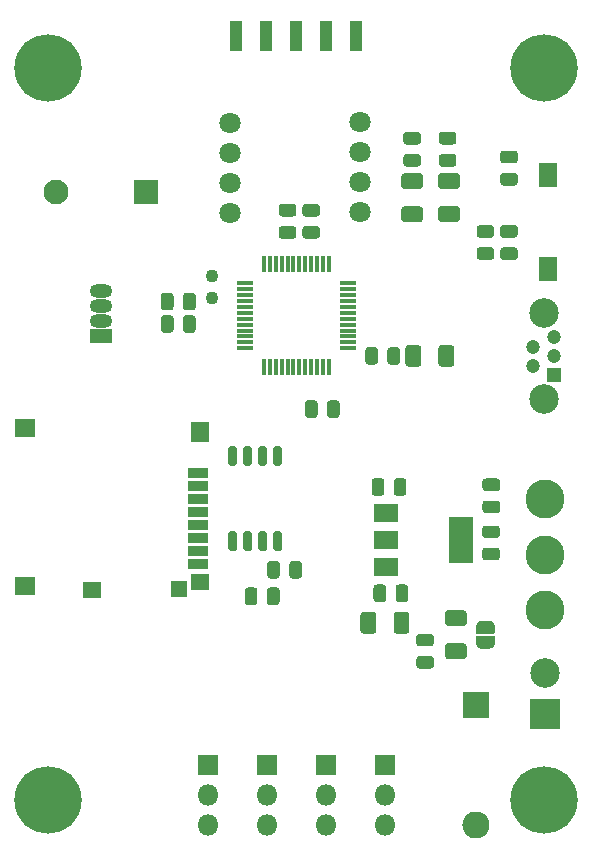
<source format=gbr>
%TF.GenerationSoftware,KiCad,Pcbnew,(5.1.6-0-10_14)*%
%TF.CreationDate,2021-04-25T16:08:19+02:00*%
%TF.ProjectId,ControlUnit,436f6e74-726f-46c5-956e-69742e6b6963,rev?*%
%TF.SameCoordinates,Original*%
%TF.FileFunction,Soldermask,Top*%
%TF.FilePolarity,Negative*%
%FSLAX46Y46*%
G04 Gerber Fmt 4.6, Leading zero omitted, Abs format (unit mm)*
G04 Created by KiCad (PCBNEW (5.1.6-0-10_14)) date 2021-04-25 16:08:19*
%MOMM*%
%LPD*%
G01*
G04 APERTURE LIST*
%ADD10R,2.100000X2.100000*%
%ADD11C,2.100000*%
%ADD12R,2.300000X2.300000*%
%ADD13O,2.300000X2.300000*%
%ADD14R,1.900000X1.170000*%
%ADD15O,1.900000X1.170000*%
%ADD16R,2.500000X2.500000*%
%ADD17C,2.500000*%
%ADD18R,1.200000X1.200000*%
%ADD19C,1.200000*%
%ADD20R,1.800000X1.800000*%
%ADD21O,1.800000X1.800000*%
%ADD22C,1.800000*%
%ADD23R,1.600000X2.100000*%
%ADD24R,1.400000X0.350000*%
%ADD25R,0.350000X1.400000*%
%ADD26R,2.100000X3.900000*%
%ADD27R,2.100000X1.600000*%
%ADD28C,1.100000*%
%ADD29C,5.700000*%
%ADD30C,3.300000*%
%ADD31C,0.100000*%
%ADD32R,1.100000X2.600000*%
%ADD33R,1.700000X0.900000*%
%ADD34R,1.600000X1.390000*%
%ADD35R,1.400000X1.390000*%
%ADD36R,1.500000X1.390000*%
%ADD37R,1.800000X1.600000*%
%ADD38R,1.600000X1.800000*%
G04 APERTURE END LIST*
D10*
%TO.C,BZ1*%
X112268000Y-64516000D03*
D11*
X104668000Y-64516000D03*
%TD*%
%TO.C,C1*%
G36*
G01*
X127600000Y-83381250D02*
X127600000Y-82418750D01*
G75*
G02*
X127868750Y-82150000I268750J0D01*
G01*
X128406250Y-82150000D01*
G75*
G02*
X128675000Y-82418750I0J-268750D01*
G01*
X128675000Y-83381250D01*
G75*
G02*
X128406250Y-83650000I-268750J0D01*
G01*
X127868750Y-83650000D01*
G75*
G02*
X127600000Y-83381250I0J268750D01*
G01*
G37*
G36*
G01*
X125725000Y-83381250D02*
X125725000Y-82418750D01*
G75*
G02*
X125993750Y-82150000I268750J0D01*
G01*
X126531250Y-82150000D01*
G75*
G02*
X126800000Y-82418750I0J-268750D01*
G01*
X126800000Y-83381250D01*
G75*
G02*
X126531250Y-83650000I-268750J0D01*
G01*
X125993750Y-83650000D01*
G75*
G02*
X125725000Y-83381250I0J268750D01*
G01*
G37*
%TD*%
%TO.C,C4*%
G36*
G01*
X124731250Y-68475000D02*
X123768750Y-68475000D01*
G75*
G02*
X123500000Y-68206250I0J268750D01*
G01*
X123500000Y-67668750D01*
G75*
G02*
X123768750Y-67400000I268750J0D01*
G01*
X124731250Y-67400000D01*
G75*
G02*
X125000000Y-67668750I0J-268750D01*
G01*
X125000000Y-68206250D01*
G75*
G02*
X124731250Y-68475000I-268750J0D01*
G01*
G37*
G36*
G01*
X124731250Y-66600000D02*
X123768750Y-66600000D01*
G75*
G02*
X123500000Y-66331250I0J268750D01*
G01*
X123500000Y-65793750D01*
G75*
G02*
X123768750Y-65525000I268750J0D01*
G01*
X124731250Y-65525000D01*
G75*
G02*
X125000000Y-65793750I0J-268750D01*
G01*
X125000000Y-66331250D01*
G75*
G02*
X124731250Y-66600000I-268750J0D01*
G01*
G37*
%TD*%
%TO.C,C7*%
G36*
G01*
X125768750Y-65525000D02*
X126731250Y-65525000D01*
G75*
G02*
X127000000Y-65793750I0J-268750D01*
G01*
X127000000Y-66331250D01*
G75*
G02*
X126731250Y-66600000I-268750J0D01*
G01*
X125768750Y-66600000D01*
G75*
G02*
X125500000Y-66331250I0J268750D01*
G01*
X125500000Y-65793750D01*
G75*
G02*
X125768750Y-65525000I268750J0D01*
G01*
G37*
G36*
G01*
X125768750Y-67400000D02*
X126731250Y-67400000D01*
G75*
G02*
X127000000Y-67668750I0J-268750D01*
G01*
X127000000Y-68206250D01*
G75*
G02*
X126731250Y-68475000I-268750J0D01*
G01*
X125768750Y-68475000D01*
G75*
G02*
X125500000Y-68206250I0J268750D01*
G01*
X125500000Y-67668750D01*
G75*
G02*
X125768750Y-67400000I268750J0D01*
G01*
G37*
%TD*%
%TO.C,C8*%
G36*
G01*
X114600000Y-75218750D02*
X114600000Y-76181250D01*
G75*
G02*
X114331250Y-76450000I-268750J0D01*
G01*
X113793750Y-76450000D01*
G75*
G02*
X113525000Y-76181250I0J268750D01*
G01*
X113525000Y-75218750D01*
G75*
G02*
X113793750Y-74950000I268750J0D01*
G01*
X114331250Y-74950000D01*
G75*
G02*
X114600000Y-75218750I0J-268750D01*
G01*
G37*
G36*
G01*
X116475000Y-75218750D02*
X116475000Y-76181250D01*
G75*
G02*
X116206250Y-76450000I-268750J0D01*
G01*
X115668750Y-76450000D01*
G75*
G02*
X115400000Y-76181250I0J268750D01*
G01*
X115400000Y-75218750D01*
G75*
G02*
X115668750Y-74950000I268750J0D01*
G01*
X116206250Y-74950000D01*
G75*
G02*
X116475000Y-75218750I0J-268750D01*
G01*
G37*
%TD*%
%TO.C,C9*%
G36*
G01*
X133242000Y-89981250D02*
X133242000Y-89018750D01*
G75*
G02*
X133510750Y-88750000I268750J0D01*
G01*
X134048250Y-88750000D01*
G75*
G02*
X134317000Y-89018750I0J-268750D01*
G01*
X134317000Y-89981250D01*
G75*
G02*
X134048250Y-90250000I-268750J0D01*
G01*
X133510750Y-90250000D01*
G75*
G02*
X133242000Y-89981250I0J268750D01*
G01*
G37*
G36*
G01*
X131367000Y-89981250D02*
X131367000Y-89018750D01*
G75*
G02*
X131635750Y-88750000I268750J0D01*
G01*
X132173250Y-88750000D01*
G75*
G02*
X132442000Y-89018750I0J-268750D01*
G01*
X132442000Y-89981250D01*
G75*
G02*
X132173250Y-90250000I-268750J0D01*
G01*
X131635750Y-90250000D01*
G75*
G02*
X131367000Y-89981250I0J268750D01*
G01*
G37*
%TD*%
%TO.C,C19*%
G36*
G01*
X122525000Y-96981250D02*
X122525000Y-96018750D01*
G75*
G02*
X122793750Y-95750000I268750J0D01*
G01*
X123331250Y-95750000D01*
G75*
G02*
X123600000Y-96018750I0J-268750D01*
G01*
X123600000Y-96981250D01*
G75*
G02*
X123331250Y-97250000I-268750J0D01*
G01*
X122793750Y-97250000D01*
G75*
G02*
X122525000Y-96981250I0J268750D01*
G01*
G37*
G36*
G01*
X124400000Y-96981250D02*
X124400000Y-96018750D01*
G75*
G02*
X124668750Y-95750000I268750J0D01*
G01*
X125206250Y-95750000D01*
G75*
G02*
X125475000Y-96018750I0J-268750D01*
G01*
X125475000Y-96981250D01*
G75*
G02*
X125206250Y-97250000I-268750J0D01*
G01*
X124668750Y-97250000D01*
G75*
G02*
X124400000Y-96981250I0J268750D01*
G01*
G37*
%TD*%
D12*
%TO.C,D1*%
X140208000Y-107950000D03*
D13*
X140208000Y-118110000D03*
%TD*%
D14*
%TO.C,D2*%
X108458000Y-76708000D03*
D15*
X108458000Y-75438000D03*
X108458000Y-74168000D03*
X108458000Y-72898000D03*
%TD*%
%TO.C,F1*%
G36*
G01*
X130425000Y-101655000D02*
X130425000Y-100345000D01*
G75*
G02*
X130695000Y-100075000I270000J0D01*
G01*
X131505000Y-100075000D01*
G75*
G02*
X131775000Y-100345000I0J-270000D01*
G01*
X131775000Y-101655000D01*
G75*
G02*
X131505000Y-101925000I-270000J0D01*
G01*
X130695000Y-101925000D01*
G75*
G02*
X130425000Y-101655000I0J270000D01*
G01*
G37*
G36*
G01*
X133225000Y-101655000D02*
X133225000Y-100345000D01*
G75*
G02*
X133495000Y-100075000I270000J0D01*
G01*
X134305000Y-100075000D01*
G75*
G02*
X134575000Y-100345000I0J-270000D01*
G01*
X134575000Y-101655000D01*
G75*
G02*
X134305000Y-101925000I-270000J0D01*
G01*
X133495000Y-101925000D01*
G75*
G02*
X133225000Y-101655000I0J270000D01*
G01*
G37*
%TD*%
D16*
%TO.C,J1*%
X146050000Y-108712000D03*
D17*
X146050000Y-105212000D03*
%TD*%
D18*
%TO.C,J2*%
X146812000Y-80010000D03*
D19*
X145062000Y-79210000D03*
X146812000Y-78410000D03*
X145062000Y-77610000D03*
X146812000Y-76810000D03*
D17*
X145937000Y-82060000D03*
X145937000Y-74760000D03*
%TD*%
D20*
%TO.C,J7*%
X117500000Y-113000000D03*
D21*
X117500000Y-115540000D03*
X117500000Y-118080000D03*
%TD*%
D22*
%TO.C,J8*%
X119380000Y-58674000D03*
X119380000Y-61214000D03*
X119380000Y-63754000D03*
X119380000Y-66294000D03*
%TD*%
D21*
%TO.C,J9*%
X122500000Y-118080000D03*
X122500000Y-115540000D03*
D20*
X122500000Y-113000000D03*
%TD*%
%TO.C,J10*%
X127500000Y-113000000D03*
D21*
X127500000Y-115540000D03*
X127500000Y-118080000D03*
%TD*%
%TO.C,L1*%
G36*
G01*
X113525000Y-74281250D02*
X113525000Y-73318750D01*
G75*
G02*
X113793750Y-73050000I268750J0D01*
G01*
X114331250Y-73050000D01*
G75*
G02*
X114600000Y-73318750I0J-268750D01*
G01*
X114600000Y-74281250D01*
G75*
G02*
X114331250Y-74550000I-268750J0D01*
G01*
X113793750Y-74550000D01*
G75*
G02*
X113525000Y-74281250I0J268750D01*
G01*
G37*
G36*
G01*
X115400000Y-74281250D02*
X115400000Y-73318750D01*
G75*
G02*
X115668750Y-73050000I268750J0D01*
G01*
X116206250Y-73050000D01*
G75*
G02*
X116475000Y-73318750I0J-268750D01*
G01*
X116475000Y-74281250D01*
G75*
G02*
X116206250Y-74550000I-268750J0D01*
G01*
X115668750Y-74550000D01*
G75*
G02*
X115400000Y-74281250I0J268750D01*
G01*
G37*
%TD*%
%TO.C,R3*%
G36*
G01*
X140518750Y-69200000D02*
X141481250Y-69200000D01*
G75*
G02*
X141750000Y-69468750I0J-268750D01*
G01*
X141750000Y-70006250D01*
G75*
G02*
X141481250Y-70275000I-268750J0D01*
G01*
X140518750Y-70275000D01*
G75*
G02*
X140250000Y-70006250I0J268750D01*
G01*
X140250000Y-69468750D01*
G75*
G02*
X140518750Y-69200000I268750J0D01*
G01*
G37*
G36*
G01*
X140518750Y-67325000D02*
X141481250Y-67325000D01*
G75*
G02*
X141750000Y-67593750I0J-268750D01*
G01*
X141750000Y-68131250D01*
G75*
G02*
X141481250Y-68400000I-268750J0D01*
G01*
X140518750Y-68400000D01*
G75*
G02*
X140250000Y-68131250I0J268750D01*
G01*
X140250000Y-67593750D01*
G75*
G02*
X140518750Y-67325000I268750J0D01*
G01*
G37*
%TD*%
%TO.C,R7*%
G36*
G01*
X143483250Y-63975000D02*
X142520750Y-63975000D01*
G75*
G02*
X142252000Y-63706250I0J268750D01*
G01*
X142252000Y-63168750D01*
G75*
G02*
X142520750Y-62900000I268750J0D01*
G01*
X143483250Y-62900000D01*
G75*
G02*
X143752000Y-63168750I0J-268750D01*
G01*
X143752000Y-63706250D01*
G75*
G02*
X143483250Y-63975000I-268750J0D01*
G01*
G37*
G36*
G01*
X143483250Y-62100000D02*
X142520750Y-62100000D01*
G75*
G02*
X142252000Y-61831250I0J268750D01*
G01*
X142252000Y-61293750D01*
G75*
G02*
X142520750Y-61025000I268750J0D01*
G01*
X143483250Y-61025000D01*
G75*
G02*
X143752000Y-61293750I0J-268750D01*
G01*
X143752000Y-61831250D01*
G75*
G02*
X143483250Y-62100000I-268750J0D01*
G01*
G37*
%TD*%
D23*
%TO.C,SW2*%
X146304000Y-71056000D03*
X146304000Y-63056000D03*
%TD*%
D24*
%TO.C,U1*%
X120650000Y-72250000D03*
X120650000Y-72750000D03*
X120650000Y-73250000D03*
X120650000Y-73750000D03*
X120650000Y-74250000D03*
X120650000Y-74750000D03*
X120650000Y-75250000D03*
X120650000Y-75750000D03*
X120650000Y-76250000D03*
X120650000Y-76750000D03*
X120650000Y-77250000D03*
X120650000Y-77750000D03*
D25*
X122250000Y-79350000D03*
X122750000Y-79350000D03*
X123250000Y-79350000D03*
X123750000Y-79350000D03*
X124250000Y-79350000D03*
X124750000Y-79350000D03*
X125250000Y-79350000D03*
X125750000Y-79350000D03*
X126250000Y-79350000D03*
X126750000Y-79350000D03*
X127250000Y-79350000D03*
X127750000Y-79350000D03*
D24*
X129350000Y-77750000D03*
X129350000Y-77250000D03*
X129350000Y-76750000D03*
X129350000Y-76250000D03*
X129350000Y-75750000D03*
X129350000Y-75250000D03*
X129350000Y-74750000D03*
X129350000Y-74250000D03*
X129350000Y-73750000D03*
X129350000Y-73250000D03*
X129350000Y-72750000D03*
X129350000Y-72250000D03*
D25*
X127750000Y-70650000D03*
X127250000Y-70650000D03*
X126750000Y-70650000D03*
X126250000Y-70650000D03*
X125750000Y-70650000D03*
X125250000Y-70650000D03*
X124750000Y-70650000D03*
X124250000Y-70650000D03*
X123750000Y-70650000D03*
X123250000Y-70650000D03*
X122750000Y-70650000D03*
X122250000Y-70650000D03*
%TD*%
D26*
%TO.C,U3*%
X138900000Y-93980000D03*
D27*
X132600000Y-93980000D03*
X132600000Y-96280000D03*
X132600000Y-91680000D03*
%TD*%
%TO.C,U6*%
G36*
G01*
X123230000Y-86050000D02*
X123580000Y-86050000D01*
G75*
G02*
X123755000Y-86225000I0J-175000D01*
G01*
X123755000Y-87575000D01*
G75*
G02*
X123580000Y-87750000I-175000J0D01*
G01*
X123230000Y-87750000D01*
G75*
G02*
X123055000Y-87575000I0J175000D01*
G01*
X123055000Y-86225000D01*
G75*
G02*
X123230000Y-86050000I175000J0D01*
G01*
G37*
G36*
G01*
X121960000Y-86050000D02*
X122310000Y-86050000D01*
G75*
G02*
X122485000Y-86225000I0J-175000D01*
G01*
X122485000Y-87575000D01*
G75*
G02*
X122310000Y-87750000I-175000J0D01*
G01*
X121960000Y-87750000D01*
G75*
G02*
X121785000Y-87575000I0J175000D01*
G01*
X121785000Y-86225000D01*
G75*
G02*
X121960000Y-86050000I175000J0D01*
G01*
G37*
G36*
G01*
X120690000Y-86050000D02*
X121040000Y-86050000D01*
G75*
G02*
X121215000Y-86225000I0J-175000D01*
G01*
X121215000Y-87575000D01*
G75*
G02*
X121040000Y-87750000I-175000J0D01*
G01*
X120690000Y-87750000D01*
G75*
G02*
X120515000Y-87575000I0J175000D01*
G01*
X120515000Y-86225000D01*
G75*
G02*
X120690000Y-86050000I175000J0D01*
G01*
G37*
G36*
G01*
X119420000Y-86050000D02*
X119770000Y-86050000D01*
G75*
G02*
X119945000Y-86225000I0J-175000D01*
G01*
X119945000Y-87575000D01*
G75*
G02*
X119770000Y-87750000I-175000J0D01*
G01*
X119420000Y-87750000D01*
G75*
G02*
X119245000Y-87575000I0J175000D01*
G01*
X119245000Y-86225000D01*
G75*
G02*
X119420000Y-86050000I175000J0D01*
G01*
G37*
G36*
G01*
X119420000Y-93250000D02*
X119770000Y-93250000D01*
G75*
G02*
X119945000Y-93425000I0J-175000D01*
G01*
X119945000Y-94775000D01*
G75*
G02*
X119770000Y-94950000I-175000J0D01*
G01*
X119420000Y-94950000D01*
G75*
G02*
X119245000Y-94775000I0J175000D01*
G01*
X119245000Y-93425000D01*
G75*
G02*
X119420000Y-93250000I175000J0D01*
G01*
G37*
G36*
G01*
X120690000Y-93250000D02*
X121040000Y-93250000D01*
G75*
G02*
X121215000Y-93425000I0J-175000D01*
G01*
X121215000Y-94775000D01*
G75*
G02*
X121040000Y-94950000I-175000J0D01*
G01*
X120690000Y-94950000D01*
G75*
G02*
X120515000Y-94775000I0J175000D01*
G01*
X120515000Y-93425000D01*
G75*
G02*
X120690000Y-93250000I175000J0D01*
G01*
G37*
G36*
G01*
X121960000Y-93250000D02*
X122310000Y-93250000D01*
G75*
G02*
X122485000Y-93425000I0J-175000D01*
G01*
X122485000Y-94775000D01*
G75*
G02*
X122310000Y-94950000I-175000J0D01*
G01*
X121960000Y-94950000D01*
G75*
G02*
X121785000Y-94775000I0J175000D01*
G01*
X121785000Y-93425000D01*
G75*
G02*
X121960000Y-93250000I175000J0D01*
G01*
G37*
G36*
G01*
X123230000Y-93250000D02*
X123580000Y-93250000D01*
G75*
G02*
X123755000Y-93425000I0J-175000D01*
G01*
X123755000Y-94775000D01*
G75*
G02*
X123580000Y-94950000I-175000J0D01*
G01*
X123230000Y-94950000D01*
G75*
G02*
X123055000Y-94775000I0J175000D01*
G01*
X123055000Y-93425000D01*
G75*
G02*
X123230000Y-93250000I175000J0D01*
G01*
G37*
%TD*%
D28*
%TO.C,Y1*%
X117856000Y-71628000D03*
X117856000Y-73528000D03*
%TD*%
D29*
%TO.C,H1*%
X104000000Y-54000000D03*
%TD*%
%TO.C,H2*%
X146000000Y-54000000D03*
%TD*%
%TO.C,H3*%
X104000000Y-116000000D03*
%TD*%
%TO.C,H4*%
X146000000Y-116000000D03*
%TD*%
D30*
%TO.C,SW1*%
X146050000Y-95250000D03*
X146050000Y-99950000D03*
X146050000Y-90550000D03*
%TD*%
%TO.C,D3*%
G36*
G01*
X135575000Y-77745000D02*
X135575000Y-79055000D01*
G75*
G02*
X135305000Y-79325000I-270000J0D01*
G01*
X134495000Y-79325000D01*
G75*
G02*
X134225000Y-79055000I0J270000D01*
G01*
X134225000Y-77745000D01*
G75*
G02*
X134495000Y-77475000I270000J0D01*
G01*
X135305000Y-77475000D01*
G75*
G02*
X135575000Y-77745000I0J-270000D01*
G01*
G37*
G36*
G01*
X138375000Y-77745000D02*
X138375000Y-79055000D01*
G75*
G02*
X138105000Y-79325000I-270000J0D01*
G01*
X137295000Y-79325000D01*
G75*
G02*
X137025000Y-79055000I0J270000D01*
G01*
X137025000Y-77745000D01*
G75*
G02*
X137295000Y-77475000I270000J0D01*
G01*
X138105000Y-77475000D01*
G75*
G02*
X138375000Y-77745000I0J-270000D01*
G01*
G37*
%TD*%
%TO.C,D4*%
G36*
G01*
X138571000Y-67067000D02*
X137261000Y-67067000D01*
G75*
G02*
X136991000Y-66797000I0J270000D01*
G01*
X136991000Y-65987000D01*
G75*
G02*
X137261000Y-65717000I270000J0D01*
G01*
X138571000Y-65717000D01*
G75*
G02*
X138841000Y-65987000I0J-270000D01*
G01*
X138841000Y-66797000D01*
G75*
G02*
X138571000Y-67067000I-270000J0D01*
G01*
G37*
G36*
G01*
X138571000Y-64267000D02*
X137261000Y-64267000D01*
G75*
G02*
X136991000Y-63997000I0J270000D01*
G01*
X136991000Y-63187000D01*
G75*
G02*
X137261000Y-62917000I270000J0D01*
G01*
X138571000Y-62917000D01*
G75*
G02*
X138841000Y-63187000I0J-270000D01*
G01*
X138841000Y-63997000D01*
G75*
G02*
X138571000Y-64267000I-270000J0D01*
G01*
G37*
%TD*%
%TO.C,R8*%
G36*
G01*
X140996750Y-94634000D02*
X141959250Y-94634000D01*
G75*
G02*
X142228000Y-94902750I0J-268750D01*
G01*
X142228000Y-95440250D01*
G75*
G02*
X141959250Y-95709000I-268750J0D01*
G01*
X140996750Y-95709000D01*
G75*
G02*
X140728000Y-95440250I0J268750D01*
G01*
X140728000Y-94902750D01*
G75*
G02*
X140996750Y-94634000I268750J0D01*
G01*
G37*
G36*
G01*
X140996750Y-92759000D02*
X141959250Y-92759000D01*
G75*
G02*
X142228000Y-93027750I0J-268750D01*
G01*
X142228000Y-93565250D01*
G75*
G02*
X141959250Y-93834000I-268750J0D01*
G01*
X140996750Y-93834000D01*
G75*
G02*
X140728000Y-93565250I0J268750D01*
G01*
X140728000Y-93027750D01*
G75*
G02*
X140996750Y-92759000I268750J0D01*
G01*
G37*
%TD*%
%TO.C,R9*%
G36*
G01*
X141981250Y-91725000D02*
X141018750Y-91725000D01*
G75*
G02*
X140750000Y-91456250I0J268750D01*
G01*
X140750000Y-90918750D01*
G75*
G02*
X141018750Y-90650000I268750J0D01*
G01*
X141981250Y-90650000D01*
G75*
G02*
X142250000Y-90918750I0J-268750D01*
G01*
X142250000Y-91456250D01*
G75*
G02*
X141981250Y-91725000I-268750J0D01*
G01*
G37*
G36*
G01*
X141981250Y-89850000D02*
X141018750Y-89850000D01*
G75*
G02*
X140750000Y-89581250I0J268750D01*
G01*
X140750000Y-89043750D01*
G75*
G02*
X141018750Y-88775000I268750J0D01*
G01*
X141981250Y-88775000D01*
G75*
G02*
X142250000Y-89043750I0J-268750D01*
G01*
X142250000Y-89581250D01*
G75*
G02*
X141981250Y-89850000I-268750J0D01*
G01*
G37*
%TD*%
%TO.C,R10*%
G36*
G01*
X130825000Y-78881250D02*
X130825000Y-77918750D01*
G75*
G02*
X131093750Y-77650000I268750J0D01*
G01*
X131631250Y-77650000D01*
G75*
G02*
X131900000Y-77918750I0J-268750D01*
G01*
X131900000Y-78881250D01*
G75*
G02*
X131631250Y-79150000I-268750J0D01*
G01*
X131093750Y-79150000D01*
G75*
G02*
X130825000Y-78881250I0J268750D01*
G01*
G37*
G36*
G01*
X132700000Y-78881250D02*
X132700000Y-77918750D01*
G75*
G02*
X132968750Y-77650000I268750J0D01*
G01*
X133506250Y-77650000D01*
G75*
G02*
X133775000Y-77918750I0J-268750D01*
G01*
X133775000Y-78881250D01*
G75*
G02*
X133506250Y-79150000I-268750J0D01*
G01*
X132968750Y-79150000D01*
G75*
G02*
X132700000Y-78881250I0J268750D01*
G01*
G37*
%TD*%
%TO.C,R11*%
G36*
G01*
X137318750Y-61300000D02*
X138281250Y-61300000D01*
G75*
G02*
X138550000Y-61568750I0J-268750D01*
G01*
X138550000Y-62106250D01*
G75*
G02*
X138281250Y-62375000I-268750J0D01*
G01*
X137318750Y-62375000D01*
G75*
G02*
X137050000Y-62106250I0J268750D01*
G01*
X137050000Y-61568750D01*
G75*
G02*
X137318750Y-61300000I268750J0D01*
G01*
G37*
G36*
G01*
X137318750Y-59425000D02*
X138281250Y-59425000D01*
G75*
G02*
X138550000Y-59693750I0J-268750D01*
G01*
X138550000Y-60231250D01*
G75*
G02*
X138281250Y-60500000I-268750J0D01*
G01*
X137318750Y-60500000D01*
G75*
G02*
X137050000Y-60231250I0J268750D01*
G01*
X137050000Y-59693750D01*
G75*
G02*
X137318750Y-59425000I268750J0D01*
G01*
G37*
%TD*%
%TO.C,R12*%
G36*
G01*
X134318750Y-59425000D02*
X135281250Y-59425000D01*
G75*
G02*
X135550000Y-59693750I0J-268750D01*
G01*
X135550000Y-60231250D01*
G75*
G02*
X135281250Y-60500000I-268750J0D01*
G01*
X134318750Y-60500000D01*
G75*
G02*
X134050000Y-60231250I0J268750D01*
G01*
X134050000Y-59693750D01*
G75*
G02*
X134318750Y-59425000I268750J0D01*
G01*
G37*
G36*
G01*
X134318750Y-61300000D02*
X135281250Y-61300000D01*
G75*
G02*
X135550000Y-61568750I0J-268750D01*
G01*
X135550000Y-62106250D01*
G75*
G02*
X135281250Y-62375000I-268750J0D01*
G01*
X134318750Y-62375000D01*
G75*
G02*
X134050000Y-62106250I0J268750D01*
G01*
X134050000Y-61568750D01*
G75*
G02*
X134318750Y-61300000I268750J0D01*
G01*
G37*
%TD*%
%TO.C,D6*%
G36*
G01*
X137845000Y-99925000D02*
X139155000Y-99925000D01*
G75*
G02*
X139425000Y-100195000I0J-270000D01*
G01*
X139425000Y-101005000D01*
G75*
G02*
X139155000Y-101275000I-270000J0D01*
G01*
X137845000Y-101275000D01*
G75*
G02*
X137575000Y-101005000I0J270000D01*
G01*
X137575000Y-100195000D01*
G75*
G02*
X137845000Y-99925000I270000J0D01*
G01*
G37*
G36*
G01*
X137845000Y-102725000D02*
X139155000Y-102725000D01*
G75*
G02*
X139425000Y-102995000I0J-270000D01*
G01*
X139425000Y-103805000D01*
G75*
G02*
X139155000Y-104075000I-270000J0D01*
G01*
X137845000Y-104075000D01*
G75*
G02*
X137575000Y-103805000I0J270000D01*
G01*
X137575000Y-102995000D01*
G75*
G02*
X137845000Y-102725000I270000J0D01*
G01*
G37*
%TD*%
D31*
%TO.C,JP1*%
G36*
X141799398Y-102656111D02*
G01*
X141799398Y-102674534D01*
X141799157Y-102679435D01*
X141794347Y-102728266D01*
X141793627Y-102733119D01*
X141784055Y-102781244D01*
X141782863Y-102786005D01*
X141768619Y-102832960D01*
X141766966Y-102837579D01*
X141748189Y-102882912D01*
X141746091Y-102887349D01*
X141722960Y-102930622D01*
X141720438Y-102934829D01*
X141693178Y-102975628D01*
X141690254Y-102979570D01*
X141659126Y-103017499D01*
X141655831Y-103021134D01*
X141621134Y-103055831D01*
X141617499Y-103059126D01*
X141579570Y-103090254D01*
X141575628Y-103093178D01*
X141534829Y-103120438D01*
X141530622Y-103122960D01*
X141487349Y-103146091D01*
X141482912Y-103148189D01*
X141437579Y-103166966D01*
X141432960Y-103168619D01*
X141386005Y-103182863D01*
X141381244Y-103184055D01*
X141333119Y-103193627D01*
X141328266Y-103194347D01*
X141279435Y-103199157D01*
X141274534Y-103199398D01*
X141256111Y-103199398D01*
X141250000Y-103200000D01*
X140750000Y-103200000D01*
X140743889Y-103199398D01*
X140725466Y-103199398D01*
X140720565Y-103199157D01*
X140671734Y-103194347D01*
X140666881Y-103193627D01*
X140618756Y-103184055D01*
X140613995Y-103182863D01*
X140567040Y-103168619D01*
X140562421Y-103166966D01*
X140517088Y-103148189D01*
X140512651Y-103146091D01*
X140469378Y-103122960D01*
X140465171Y-103120438D01*
X140424372Y-103093178D01*
X140420430Y-103090254D01*
X140382501Y-103059126D01*
X140378866Y-103055831D01*
X140344169Y-103021134D01*
X140340874Y-103017499D01*
X140309746Y-102979570D01*
X140306822Y-102975628D01*
X140279562Y-102934829D01*
X140277040Y-102930622D01*
X140253909Y-102887349D01*
X140251811Y-102882912D01*
X140233034Y-102837579D01*
X140231381Y-102832960D01*
X140217137Y-102786005D01*
X140215945Y-102781244D01*
X140206373Y-102733119D01*
X140205653Y-102728266D01*
X140200843Y-102679435D01*
X140200602Y-102674534D01*
X140200602Y-102656111D01*
X140200000Y-102650000D01*
X140200000Y-102150000D01*
X140200961Y-102140245D01*
X140203806Y-102130866D01*
X140208427Y-102122221D01*
X140214645Y-102114645D01*
X140222221Y-102108427D01*
X140230866Y-102103806D01*
X140240245Y-102100961D01*
X140250000Y-102100000D01*
X141750000Y-102100000D01*
X141759755Y-102100961D01*
X141769134Y-102103806D01*
X141777779Y-102108427D01*
X141785355Y-102114645D01*
X141791573Y-102122221D01*
X141796194Y-102130866D01*
X141799039Y-102140245D01*
X141800000Y-102150000D01*
X141800000Y-102650000D01*
X141799398Y-102656111D01*
G37*
G36*
X141799039Y-101859755D02*
G01*
X141796194Y-101869134D01*
X141791573Y-101877779D01*
X141785355Y-101885355D01*
X141777779Y-101891573D01*
X141769134Y-101896194D01*
X141759755Y-101899039D01*
X141750000Y-101900000D01*
X140250000Y-101900000D01*
X140240245Y-101899039D01*
X140230866Y-101896194D01*
X140222221Y-101891573D01*
X140214645Y-101885355D01*
X140208427Y-101877779D01*
X140203806Y-101869134D01*
X140200961Y-101859755D01*
X140200000Y-101850000D01*
X140200000Y-101350000D01*
X140200602Y-101343889D01*
X140200602Y-101325466D01*
X140200843Y-101320565D01*
X140205653Y-101271734D01*
X140206373Y-101266881D01*
X140215945Y-101218756D01*
X140217137Y-101213995D01*
X140231381Y-101167040D01*
X140233034Y-101162421D01*
X140251811Y-101117088D01*
X140253909Y-101112651D01*
X140277040Y-101069378D01*
X140279562Y-101065171D01*
X140306822Y-101024372D01*
X140309746Y-101020430D01*
X140340874Y-100982501D01*
X140344169Y-100978866D01*
X140378866Y-100944169D01*
X140382501Y-100940874D01*
X140420430Y-100909746D01*
X140424372Y-100906822D01*
X140465171Y-100879562D01*
X140469378Y-100877040D01*
X140512651Y-100853909D01*
X140517088Y-100851811D01*
X140562421Y-100833034D01*
X140567040Y-100831381D01*
X140613995Y-100817137D01*
X140618756Y-100815945D01*
X140666881Y-100806373D01*
X140671734Y-100805653D01*
X140720565Y-100800843D01*
X140725466Y-100800602D01*
X140743889Y-100800602D01*
X140750000Y-100800000D01*
X141250000Y-100800000D01*
X141256111Y-100800602D01*
X141274534Y-100800602D01*
X141279435Y-100800843D01*
X141328266Y-100805653D01*
X141333119Y-100806373D01*
X141381244Y-100815945D01*
X141386005Y-100817137D01*
X141432960Y-100831381D01*
X141437579Y-100833034D01*
X141482912Y-100851811D01*
X141487349Y-100853909D01*
X141530622Y-100877040D01*
X141534829Y-100879562D01*
X141575628Y-100906822D01*
X141579570Y-100909746D01*
X141617499Y-100940874D01*
X141621134Y-100944169D01*
X141655831Y-100978866D01*
X141659126Y-100982501D01*
X141690254Y-101020430D01*
X141693178Y-101024372D01*
X141720438Y-101065171D01*
X141722960Y-101069378D01*
X141746091Y-101112651D01*
X141748189Y-101117088D01*
X141766966Y-101162421D01*
X141768619Y-101167040D01*
X141782863Y-101213995D01*
X141784055Y-101218756D01*
X141793627Y-101266881D01*
X141794347Y-101271734D01*
X141799157Y-101320565D01*
X141799398Y-101325466D01*
X141799398Y-101343889D01*
X141800000Y-101350000D01*
X141800000Y-101850000D01*
X141799039Y-101859755D01*
G37*
%TD*%
%TO.C,R13*%
G36*
G01*
X135418750Y-101925000D02*
X136381250Y-101925000D01*
G75*
G02*
X136650000Y-102193750I0J-268750D01*
G01*
X136650000Y-102731250D01*
G75*
G02*
X136381250Y-103000000I-268750J0D01*
G01*
X135418750Y-103000000D01*
G75*
G02*
X135150000Y-102731250I0J268750D01*
G01*
X135150000Y-102193750D01*
G75*
G02*
X135418750Y-101925000I268750J0D01*
G01*
G37*
G36*
G01*
X135418750Y-103800000D02*
X136381250Y-103800000D01*
G75*
G02*
X136650000Y-104068750I0J-268750D01*
G01*
X136650000Y-104606250D01*
G75*
G02*
X136381250Y-104875000I-268750J0D01*
G01*
X135418750Y-104875000D01*
G75*
G02*
X135150000Y-104606250I0J268750D01*
G01*
X135150000Y-104068750D01*
G75*
G02*
X135418750Y-103800000I268750J0D01*
G01*
G37*
%TD*%
%TO.C,C10*%
G36*
G01*
X131525000Y-98981250D02*
X131525000Y-98018750D01*
G75*
G02*
X131793750Y-97750000I268750J0D01*
G01*
X132331250Y-97750000D01*
G75*
G02*
X132600000Y-98018750I0J-268750D01*
G01*
X132600000Y-98981250D01*
G75*
G02*
X132331250Y-99250000I-268750J0D01*
G01*
X131793750Y-99250000D01*
G75*
G02*
X131525000Y-98981250I0J268750D01*
G01*
G37*
G36*
G01*
X133400000Y-98981250D02*
X133400000Y-98018750D01*
G75*
G02*
X133668750Y-97750000I268750J0D01*
G01*
X134206250Y-97750000D01*
G75*
G02*
X134475000Y-98018750I0J-268750D01*
G01*
X134475000Y-98981250D01*
G75*
G02*
X134206250Y-99250000I-268750J0D01*
G01*
X133668750Y-99250000D01*
G75*
G02*
X133400000Y-98981250I0J268750D01*
G01*
G37*
%TD*%
D20*
%TO.C,J12*%
X132500000Y-113000000D03*
D21*
X132500000Y-115540000D03*
X132500000Y-118080000D03*
%TD*%
%TO.C,D5*%
G36*
G01*
X135455000Y-67075000D02*
X134145000Y-67075000D01*
G75*
G02*
X133875000Y-66805000I0J270000D01*
G01*
X133875000Y-65995000D01*
G75*
G02*
X134145000Y-65725000I270000J0D01*
G01*
X135455000Y-65725000D01*
G75*
G02*
X135725000Y-65995000I0J-270000D01*
G01*
X135725000Y-66805000D01*
G75*
G02*
X135455000Y-67075000I-270000J0D01*
G01*
G37*
G36*
G01*
X135455000Y-64275000D02*
X134145000Y-64275000D01*
G75*
G02*
X133875000Y-64005000I0J270000D01*
G01*
X133875000Y-63195000D01*
G75*
G02*
X134145000Y-62925000I270000J0D01*
G01*
X135455000Y-62925000D01*
G75*
G02*
X135725000Y-63195000I0J-270000D01*
G01*
X135725000Y-64005000D01*
G75*
G02*
X135455000Y-64275000I-270000J0D01*
G01*
G37*
%TD*%
%TO.C,R15*%
G36*
G01*
X123575000Y-98268750D02*
X123575000Y-99231250D01*
G75*
G02*
X123306250Y-99500000I-268750J0D01*
G01*
X122768750Y-99500000D01*
G75*
G02*
X122500000Y-99231250I0J268750D01*
G01*
X122500000Y-98268750D01*
G75*
G02*
X122768750Y-98000000I268750J0D01*
G01*
X123306250Y-98000000D01*
G75*
G02*
X123575000Y-98268750I0J-268750D01*
G01*
G37*
G36*
G01*
X121700000Y-98268750D02*
X121700000Y-99231250D01*
G75*
G02*
X121431250Y-99500000I-268750J0D01*
G01*
X120893750Y-99500000D01*
G75*
G02*
X120625000Y-99231250I0J268750D01*
G01*
X120625000Y-98268750D01*
G75*
G02*
X120893750Y-98000000I268750J0D01*
G01*
X121431250Y-98000000D01*
G75*
G02*
X121700000Y-98268750I0J-268750D01*
G01*
G37*
%TD*%
D32*
%TO.C,J3*%
X119920000Y-51300000D03*
X122460000Y-51300000D03*
X125000000Y-51300000D03*
X127540000Y-51300000D03*
X130080000Y-51300000D03*
%TD*%
%TO.C,C21*%
G36*
G01*
X143481250Y-70275000D02*
X142518750Y-70275000D01*
G75*
G02*
X142250000Y-70006250I0J268750D01*
G01*
X142250000Y-69468750D01*
G75*
G02*
X142518750Y-69200000I268750J0D01*
G01*
X143481250Y-69200000D01*
G75*
G02*
X143750000Y-69468750I0J-268750D01*
G01*
X143750000Y-70006250D01*
G75*
G02*
X143481250Y-70275000I-268750J0D01*
G01*
G37*
G36*
G01*
X143481250Y-68400000D02*
X142518750Y-68400000D01*
G75*
G02*
X142250000Y-68131250I0J268750D01*
G01*
X142250000Y-67593750D01*
G75*
G02*
X142518750Y-67325000I268750J0D01*
G01*
X143481250Y-67325000D01*
G75*
G02*
X143750000Y-67593750I0J-268750D01*
G01*
X143750000Y-68131250D01*
G75*
G02*
X143481250Y-68400000I-268750J0D01*
G01*
G37*
%TD*%
D33*
%TO.C,J6*%
X116700000Y-96030000D03*
D34*
X116800000Y-97500000D03*
D35*
X115100000Y-98100000D03*
D36*
X107700000Y-98200000D03*
D37*
X102000000Y-97900000D03*
D33*
X116700000Y-94930000D03*
X116700000Y-93830000D03*
X116700000Y-92730000D03*
X116700000Y-91630000D03*
X116700000Y-90530000D03*
X116700000Y-89430000D03*
X116700000Y-88330000D03*
D37*
X102000000Y-84500000D03*
D38*
X116800000Y-84800000D03*
%TD*%
D22*
%TO.C,J11*%
X130400000Y-58600000D03*
X130400000Y-61140000D03*
X130400000Y-63680000D03*
X130400000Y-66220000D03*
%TD*%
M02*

</source>
